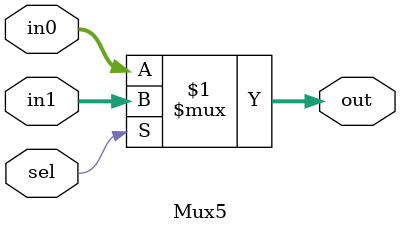
<source format=v>
`timescale 1ns / 1ps


module Mux5(
    input sel,
    input [4:0] in1,
    input [4:0] in0,
    output [4:0] out
    );
    
    assign out = sel ? in1 : in0;
    
endmodule

</source>
